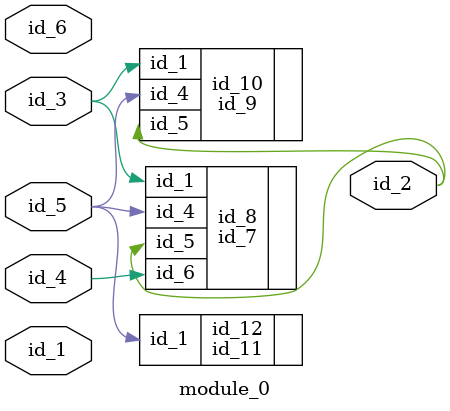
<source format=v>
module module_0 (
    id_1,
    id_2,
    id_3,
    id_4,
    id_5,
    id_6
);
  input id_6;
  input id_5;
  input id_4;
  input id_3;
  output id_2;
  input id_1;
  id_7 id_8 (
      .id_4(id_5),
      .id_6(id_4),
      .id_5(id_2),
      .id_1(id_3)
  );
  id_9 id_10 (
      .id_5(id_2),
      .id_4(id_6),
      .id_4(id_5),
      .id_1(id_3)
  );
  id_11 id_12 (
      .id_1(id_1),
      .id_1(id_5)
  );
endmodule

</source>
